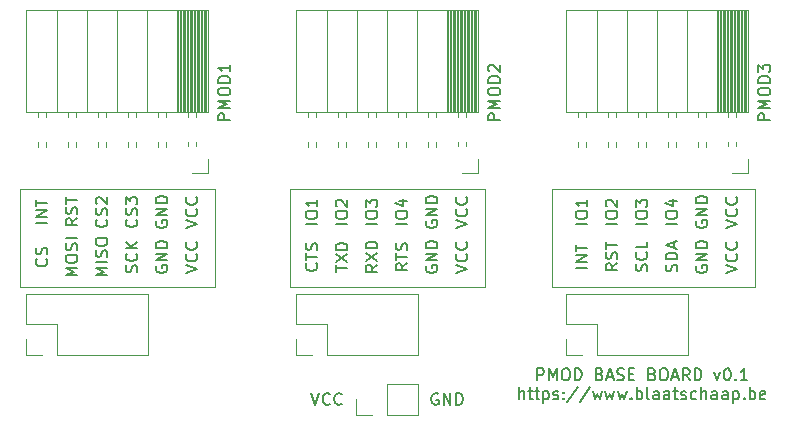
<source format=gbr>
%TF.GenerationSoftware,KiCad,Pcbnew,(6.0.5)*%
%TF.CreationDate,2022-05-29T15:22:12+02:00*%
%TF.ProjectId,pmod_master,706d6f64-5f6d-4617-9374-65722e6b6963,rev?*%
%TF.SameCoordinates,Original*%
%TF.FileFunction,Legend,Top*%
%TF.FilePolarity,Positive*%
%FSLAX46Y46*%
G04 Gerber Fmt 4.6, Leading zero omitted, Abs format (unit mm)*
G04 Created by KiCad (PCBNEW (6.0.5)) date 2022-05-29 15:22:12*
%MOMM*%
%LPD*%
G01*
G04 APERTURE LIST*
%ADD10C,0.120000*%
%ADD11C,0.150000*%
G04 APERTURE END LIST*
D10*
X81915000Y-33020000D02*
X98425000Y-33020000D01*
X98425000Y-33020000D02*
X98425000Y-41275000D01*
X98425000Y-41275000D02*
X81915000Y-41275000D01*
X81915000Y-41275000D02*
X81915000Y-33020000D01*
X59055000Y-33020000D02*
X75565000Y-33020000D01*
X75565000Y-33020000D02*
X75565000Y-41275000D01*
X75565000Y-41275000D02*
X59055000Y-41275000D01*
X59055000Y-41275000D02*
X59055000Y-33020000D01*
X104140000Y-33020000D02*
X121285000Y-33020000D01*
X121285000Y-33020000D02*
X121285000Y-41275000D01*
X121285000Y-41275000D02*
X104140000Y-41275000D01*
X104140000Y-41275000D02*
X104140000Y-33020000D01*
D11*
X107132380Y-39639761D02*
X106132380Y-39639761D01*
X107132380Y-39163571D02*
X106132380Y-39163571D01*
X107132380Y-38592142D01*
X106132380Y-38592142D01*
X106132380Y-38258809D02*
X106132380Y-37687380D01*
X107132380Y-37973095D02*
X106132380Y-37973095D01*
X94488095Y-50300000D02*
X94392857Y-50252380D01*
X94250000Y-50252380D01*
X94107142Y-50300000D01*
X94011904Y-50395238D01*
X93964285Y-50490476D01*
X93916666Y-50680952D01*
X93916666Y-50823809D01*
X93964285Y-51014285D01*
X94011904Y-51109523D01*
X94107142Y-51204761D01*
X94250000Y-51252380D01*
X94345238Y-51252380D01*
X94488095Y-51204761D01*
X94535714Y-51157142D01*
X94535714Y-50823809D01*
X94345238Y-50823809D01*
X94964285Y-51252380D02*
X94964285Y-50252380D01*
X95535714Y-51252380D01*
X95535714Y-50252380D01*
X96011904Y-51252380D02*
X96011904Y-50252380D01*
X96250000Y-50252380D01*
X96392857Y-50300000D01*
X96488095Y-50395238D01*
X96535714Y-50490476D01*
X96583333Y-50680952D01*
X96583333Y-50823809D01*
X96535714Y-51014285D01*
X96488095Y-51109523D01*
X96392857Y-51204761D01*
X96250000Y-51252380D01*
X96011904Y-51252380D01*
X61412380Y-35829761D02*
X60412380Y-35829761D01*
X61412380Y-35353571D02*
X60412380Y-35353571D01*
X61412380Y-34782142D01*
X60412380Y-34782142D01*
X60412380Y-34448809D02*
X60412380Y-33877380D01*
X61412380Y-34163095D02*
X60412380Y-34163095D01*
X70620000Y-35686904D02*
X70572380Y-35782142D01*
X70572380Y-35925000D01*
X70620000Y-36067857D01*
X70715238Y-36163095D01*
X70810476Y-36210714D01*
X71000952Y-36258333D01*
X71143809Y-36258333D01*
X71334285Y-36210714D01*
X71429523Y-36163095D01*
X71524761Y-36067857D01*
X71572380Y-35925000D01*
X71572380Y-35829761D01*
X71524761Y-35686904D01*
X71477142Y-35639285D01*
X71143809Y-35639285D01*
X71143809Y-35829761D01*
X71572380Y-35210714D02*
X70572380Y-35210714D01*
X71572380Y-34639285D01*
X70572380Y-34639285D01*
X71572380Y-34163095D02*
X70572380Y-34163095D01*
X70572380Y-33925000D01*
X70620000Y-33782142D01*
X70715238Y-33686904D01*
X70810476Y-33639285D01*
X71000952Y-33591666D01*
X71143809Y-33591666D01*
X71334285Y-33639285D01*
X71429523Y-33686904D01*
X71524761Y-33782142D01*
X71572380Y-33925000D01*
X71572380Y-34163095D01*
X93480000Y-39496904D02*
X93432380Y-39592142D01*
X93432380Y-39735000D01*
X93480000Y-39877857D01*
X93575238Y-39973095D01*
X93670476Y-40020714D01*
X93860952Y-40068333D01*
X94003809Y-40068333D01*
X94194285Y-40020714D01*
X94289523Y-39973095D01*
X94384761Y-39877857D01*
X94432380Y-39735000D01*
X94432380Y-39639761D01*
X94384761Y-39496904D01*
X94337142Y-39449285D01*
X94003809Y-39449285D01*
X94003809Y-39639761D01*
X94432380Y-39020714D02*
X93432380Y-39020714D01*
X94432380Y-38449285D01*
X93432380Y-38449285D01*
X94432380Y-37973095D02*
X93432380Y-37973095D01*
X93432380Y-37735000D01*
X93480000Y-37592142D01*
X93575238Y-37496904D01*
X93670476Y-37449285D01*
X93860952Y-37401666D01*
X94003809Y-37401666D01*
X94194285Y-37449285D01*
X94289523Y-37496904D01*
X94384761Y-37592142D01*
X94432380Y-37735000D01*
X94432380Y-37973095D01*
X85812380Y-39996904D02*
X85812380Y-39425476D01*
X86812380Y-39711190D02*
X85812380Y-39711190D01*
X85812380Y-39187380D02*
X86812380Y-38520714D01*
X85812380Y-38520714D02*
X86812380Y-39187380D01*
X86812380Y-38139761D02*
X85812380Y-38139761D01*
X85812380Y-37901666D01*
X85860000Y-37758809D01*
X85955238Y-37663571D01*
X86050476Y-37615952D01*
X86240952Y-37568333D01*
X86383809Y-37568333D01*
X86574285Y-37615952D01*
X86669523Y-37663571D01*
X86764761Y-37758809D01*
X86812380Y-37901666D01*
X86812380Y-38139761D01*
X91892380Y-39282619D02*
X91416190Y-39615952D01*
X91892380Y-39854047D02*
X90892380Y-39854047D01*
X90892380Y-39473095D01*
X90940000Y-39377857D01*
X90987619Y-39330238D01*
X91082857Y-39282619D01*
X91225714Y-39282619D01*
X91320952Y-39330238D01*
X91368571Y-39377857D01*
X91416190Y-39473095D01*
X91416190Y-39854047D01*
X90892380Y-38996904D02*
X90892380Y-38425476D01*
X91892380Y-38711190D02*
X90892380Y-38711190D01*
X91844761Y-38139761D02*
X91892380Y-37996904D01*
X91892380Y-37758809D01*
X91844761Y-37663571D01*
X91797142Y-37615952D01*
X91701904Y-37568333D01*
X91606666Y-37568333D01*
X91511428Y-37615952D01*
X91463809Y-37663571D01*
X91416190Y-37758809D01*
X91368571Y-37949285D01*
X91320952Y-38044523D01*
X91273333Y-38092142D01*
X91178095Y-38139761D01*
X91082857Y-38139761D01*
X90987619Y-38092142D01*
X90940000Y-38044523D01*
X90892380Y-37949285D01*
X90892380Y-37711190D01*
X90940000Y-37568333D01*
X118832380Y-40068333D02*
X119832380Y-39735000D01*
X118832380Y-39401666D01*
X119737142Y-38496904D02*
X119784761Y-38544523D01*
X119832380Y-38687380D01*
X119832380Y-38782619D01*
X119784761Y-38925476D01*
X119689523Y-39020714D01*
X119594285Y-39068333D01*
X119403809Y-39115952D01*
X119260952Y-39115952D01*
X119070476Y-39068333D01*
X118975238Y-39020714D01*
X118880000Y-38925476D01*
X118832380Y-38782619D01*
X118832380Y-38687380D01*
X118880000Y-38544523D01*
X118927619Y-38496904D01*
X119737142Y-37496904D02*
X119784761Y-37544523D01*
X119832380Y-37687380D01*
X119832380Y-37782619D01*
X119784761Y-37925476D01*
X119689523Y-38020714D01*
X119594285Y-38068333D01*
X119403809Y-38115952D01*
X119260952Y-38115952D01*
X119070476Y-38068333D01*
X118975238Y-38020714D01*
X118880000Y-37925476D01*
X118832380Y-37782619D01*
X118832380Y-37687380D01*
X118880000Y-37544523D01*
X118927619Y-37496904D01*
X107132380Y-35925000D02*
X106132380Y-35925000D01*
X106132380Y-35258333D02*
X106132380Y-35067857D01*
X106180000Y-34972619D01*
X106275238Y-34877380D01*
X106465714Y-34829761D01*
X106799047Y-34829761D01*
X106989523Y-34877380D01*
X107084761Y-34972619D01*
X107132380Y-35067857D01*
X107132380Y-35258333D01*
X107084761Y-35353571D01*
X106989523Y-35448809D01*
X106799047Y-35496428D01*
X106465714Y-35496428D01*
X106275238Y-35448809D01*
X106180000Y-35353571D01*
X106132380Y-35258333D01*
X107132380Y-33877380D02*
X107132380Y-34448809D01*
X107132380Y-34163095D02*
X106132380Y-34163095D01*
X106275238Y-34258333D01*
X106370476Y-34353571D01*
X106418095Y-34448809D01*
X102879047Y-49177380D02*
X102879047Y-48177380D01*
X103260000Y-48177380D01*
X103355238Y-48225000D01*
X103402857Y-48272619D01*
X103450476Y-48367857D01*
X103450476Y-48510714D01*
X103402857Y-48605952D01*
X103355238Y-48653571D01*
X103260000Y-48701190D01*
X102879047Y-48701190D01*
X103879047Y-49177380D02*
X103879047Y-48177380D01*
X104212380Y-48891666D01*
X104545714Y-48177380D01*
X104545714Y-49177380D01*
X105212380Y-48177380D02*
X105402857Y-48177380D01*
X105498095Y-48225000D01*
X105593333Y-48320238D01*
X105640952Y-48510714D01*
X105640952Y-48844047D01*
X105593333Y-49034523D01*
X105498095Y-49129761D01*
X105402857Y-49177380D01*
X105212380Y-49177380D01*
X105117142Y-49129761D01*
X105021904Y-49034523D01*
X104974285Y-48844047D01*
X104974285Y-48510714D01*
X105021904Y-48320238D01*
X105117142Y-48225000D01*
X105212380Y-48177380D01*
X106069523Y-49177380D02*
X106069523Y-48177380D01*
X106307619Y-48177380D01*
X106450476Y-48225000D01*
X106545714Y-48320238D01*
X106593333Y-48415476D01*
X106640952Y-48605952D01*
X106640952Y-48748809D01*
X106593333Y-48939285D01*
X106545714Y-49034523D01*
X106450476Y-49129761D01*
X106307619Y-49177380D01*
X106069523Y-49177380D01*
X108164761Y-48653571D02*
X108307619Y-48701190D01*
X108355238Y-48748809D01*
X108402857Y-48844047D01*
X108402857Y-48986904D01*
X108355238Y-49082142D01*
X108307619Y-49129761D01*
X108212380Y-49177380D01*
X107831428Y-49177380D01*
X107831428Y-48177380D01*
X108164761Y-48177380D01*
X108260000Y-48225000D01*
X108307619Y-48272619D01*
X108355238Y-48367857D01*
X108355238Y-48463095D01*
X108307619Y-48558333D01*
X108260000Y-48605952D01*
X108164761Y-48653571D01*
X107831428Y-48653571D01*
X108783809Y-48891666D02*
X109260000Y-48891666D01*
X108688571Y-49177380D02*
X109021904Y-48177380D01*
X109355238Y-49177380D01*
X109640952Y-49129761D02*
X109783809Y-49177380D01*
X110021904Y-49177380D01*
X110117142Y-49129761D01*
X110164761Y-49082142D01*
X110212380Y-48986904D01*
X110212380Y-48891666D01*
X110164761Y-48796428D01*
X110117142Y-48748809D01*
X110021904Y-48701190D01*
X109831428Y-48653571D01*
X109736190Y-48605952D01*
X109688571Y-48558333D01*
X109640952Y-48463095D01*
X109640952Y-48367857D01*
X109688571Y-48272619D01*
X109736190Y-48225000D01*
X109831428Y-48177380D01*
X110069523Y-48177380D01*
X110212380Y-48225000D01*
X110640952Y-48653571D02*
X110974285Y-48653571D01*
X111117142Y-49177380D02*
X110640952Y-49177380D01*
X110640952Y-48177380D01*
X111117142Y-48177380D01*
X112640952Y-48653571D02*
X112783809Y-48701190D01*
X112831428Y-48748809D01*
X112879047Y-48844047D01*
X112879047Y-48986904D01*
X112831428Y-49082142D01*
X112783809Y-49129761D01*
X112688571Y-49177380D01*
X112307619Y-49177380D01*
X112307619Y-48177380D01*
X112640952Y-48177380D01*
X112736190Y-48225000D01*
X112783809Y-48272619D01*
X112831428Y-48367857D01*
X112831428Y-48463095D01*
X112783809Y-48558333D01*
X112736190Y-48605952D01*
X112640952Y-48653571D01*
X112307619Y-48653571D01*
X113498095Y-48177380D02*
X113688571Y-48177380D01*
X113783809Y-48225000D01*
X113879047Y-48320238D01*
X113926666Y-48510714D01*
X113926666Y-48844047D01*
X113879047Y-49034523D01*
X113783809Y-49129761D01*
X113688571Y-49177380D01*
X113498095Y-49177380D01*
X113402857Y-49129761D01*
X113307619Y-49034523D01*
X113260000Y-48844047D01*
X113260000Y-48510714D01*
X113307619Y-48320238D01*
X113402857Y-48225000D01*
X113498095Y-48177380D01*
X114307619Y-48891666D02*
X114783809Y-48891666D01*
X114212380Y-49177380D02*
X114545714Y-48177380D01*
X114879047Y-49177380D01*
X115783809Y-49177380D02*
X115450476Y-48701190D01*
X115212380Y-49177380D02*
X115212380Y-48177380D01*
X115593333Y-48177380D01*
X115688571Y-48225000D01*
X115736190Y-48272619D01*
X115783809Y-48367857D01*
X115783809Y-48510714D01*
X115736190Y-48605952D01*
X115688571Y-48653571D01*
X115593333Y-48701190D01*
X115212380Y-48701190D01*
X116212380Y-49177380D02*
X116212380Y-48177380D01*
X116450476Y-48177380D01*
X116593333Y-48225000D01*
X116688571Y-48320238D01*
X116736190Y-48415476D01*
X116783809Y-48605952D01*
X116783809Y-48748809D01*
X116736190Y-48939285D01*
X116688571Y-49034523D01*
X116593333Y-49129761D01*
X116450476Y-49177380D01*
X116212380Y-49177380D01*
X117879047Y-48510714D02*
X118117142Y-49177380D01*
X118355238Y-48510714D01*
X118926666Y-48177380D02*
X119021904Y-48177380D01*
X119117142Y-48225000D01*
X119164761Y-48272619D01*
X119212380Y-48367857D01*
X119260000Y-48558333D01*
X119260000Y-48796428D01*
X119212380Y-48986904D01*
X119164761Y-49082142D01*
X119117142Y-49129761D01*
X119021904Y-49177380D01*
X118926666Y-49177380D01*
X118831428Y-49129761D01*
X118783809Y-49082142D01*
X118736190Y-48986904D01*
X118688571Y-48796428D01*
X118688571Y-48558333D01*
X118736190Y-48367857D01*
X118783809Y-48272619D01*
X118831428Y-48225000D01*
X118926666Y-48177380D01*
X119688571Y-49082142D02*
X119736190Y-49129761D01*
X119688571Y-49177380D01*
X119640952Y-49129761D01*
X119688571Y-49082142D01*
X119688571Y-49177380D01*
X120688571Y-49177380D02*
X120117142Y-49177380D01*
X120402857Y-49177380D02*
X120402857Y-48177380D01*
X120307619Y-48320238D01*
X120212380Y-48415476D01*
X120117142Y-48463095D01*
X101355238Y-50787380D02*
X101355238Y-49787380D01*
X101783809Y-50787380D02*
X101783809Y-50263571D01*
X101736190Y-50168333D01*
X101640952Y-50120714D01*
X101498095Y-50120714D01*
X101402857Y-50168333D01*
X101355238Y-50215952D01*
X102117142Y-50120714D02*
X102498095Y-50120714D01*
X102260000Y-49787380D02*
X102260000Y-50644523D01*
X102307619Y-50739761D01*
X102402857Y-50787380D01*
X102498095Y-50787380D01*
X102688571Y-50120714D02*
X103069523Y-50120714D01*
X102831428Y-49787380D02*
X102831428Y-50644523D01*
X102879047Y-50739761D01*
X102974285Y-50787380D01*
X103069523Y-50787380D01*
X103402857Y-50120714D02*
X103402857Y-51120714D01*
X103402857Y-50168333D02*
X103498095Y-50120714D01*
X103688571Y-50120714D01*
X103783809Y-50168333D01*
X103831428Y-50215952D01*
X103879047Y-50311190D01*
X103879047Y-50596904D01*
X103831428Y-50692142D01*
X103783809Y-50739761D01*
X103688571Y-50787380D01*
X103498095Y-50787380D01*
X103402857Y-50739761D01*
X104260000Y-50739761D02*
X104355238Y-50787380D01*
X104545714Y-50787380D01*
X104640952Y-50739761D01*
X104688571Y-50644523D01*
X104688571Y-50596904D01*
X104640952Y-50501666D01*
X104545714Y-50454047D01*
X104402857Y-50454047D01*
X104307619Y-50406428D01*
X104260000Y-50311190D01*
X104260000Y-50263571D01*
X104307619Y-50168333D01*
X104402857Y-50120714D01*
X104545714Y-50120714D01*
X104640952Y-50168333D01*
X105117142Y-50692142D02*
X105164761Y-50739761D01*
X105117142Y-50787380D01*
X105069523Y-50739761D01*
X105117142Y-50692142D01*
X105117142Y-50787380D01*
X105117142Y-50168333D02*
X105164761Y-50215952D01*
X105117142Y-50263571D01*
X105069523Y-50215952D01*
X105117142Y-50168333D01*
X105117142Y-50263571D01*
X106307619Y-49739761D02*
X105450476Y-51025476D01*
X107355238Y-49739761D02*
X106498095Y-51025476D01*
X107593333Y-50120714D02*
X107783809Y-50787380D01*
X107974285Y-50311190D01*
X108164761Y-50787380D01*
X108355238Y-50120714D01*
X108640952Y-50120714D02*
X108831428Y-50787380D01*
X109021904Y-50311190D01*
X109212380Y-50787380D01*
X109402857Y-50120714D01*
X109688571Y-50120714D02*
X109879047Y-50787380D01*
X110069523Y-50311190D01*
X110260000Y-50787380D01*
X110450476Y-50120714D01*
X110831428Y-50692142D02*
X110879047Y-50739761D01*
X110831428Y-50787380D01*
X110783809Y-50739761D01*
X110831428Y-50692142D01*
X110831428Y-50787380D01*
X111307619Y-50787380D02*
X111307619Y-49787380D01*
X111307619Y-50168333D02*
X111402857Y-50120714D01*
X111593333Y-50120714D01*
X111688571Y-50168333D01*
X111736190Y-50215952D01*
X111783809Y-50311190D01*
X111783809Y-50596904D01*
X111736190Y-50692142D01*
X111688571Y-50739761D01*
X111593333Y-50787380D01*
X111402857Y-50787380D01*
X111307619Y-50739761D01*
X112355238Y-50787380D02*
X112260000Y-50739761D01*
X112212380Y-50644523D01*
X112212380Y-49787380D01*
X113164761Y-50787380D02*
X113164761Y-50263571D01*
X113117142Y-50168333D01*
X113021904Y-50120714D01*
X112831428Y-50120714D01*
X112736190Y-50168333D01*
X113164761Y-50739761D02*
X113069523Y-50787380D01*
X112831428Y-50787380D01*
X112736190Y-50739761D01*
X112688571Y-50644523D01*
X112688571Y-50549285D01*
X112736190Y-50454047D01*
X112831428Y-50406428D01*
X113069523Y-50406428D01*
X113164761Y-50358809D01*
X114069523Y-50787380D02*
X114069523Y-50263571D01*
X114021904Y-50168333D01*
X113926666Y-50120714D01*
X113736190Y-50120714D01*
X113640952Y-50168333D01*
X114069523Y-50739761D02*
X113974285Y-50787380D01*
X113736190Y-50787380D01*
X113640952Y-50739761D01*
X113593333Y-50644523D01*
X113593333Y-50549285D01*
X113640952Y-50454047D01*
X113736190Y-50406428D01*
X113974285Y-50406428D01*
X114069523Y-50358809D01*
X114402857Y-50120714D02*
X114783809Y-50120714D01*
X114545714Y-49787380D02*
X114545714Y-50644523D01*
X114593333Y-50739761D01*
X114688571Y-50787380D01*
X114783809Y-50787380D01*
X115069523Y-50739761D02*
X115164761Y-50787380D01*
X115355238Y-50787380D01*
X115450476Y-50739761D01*
X115498095Y-50644523D01*
X115498095Y-50596904D01*
X115450476Y-50501666D01*
X115355238Y-50454047D01*
X115212380Y-50454047D01*
X115117142Y-50406428D01*
X115069523Y-50311190D01*
X115069523Y-50263571D01*
X115117142Y-50168333D01*
X115212380Y-50120714D01*
X115355238Y-50120714D01*
X115450476Y-50168333D01*
X116355238Y-50739761D02*
X116260000Y-50787380D01*
X116069523Y-50787380D01*
X115974285Y-50739761D01*
X115926666Y-50692142D01*
X115879047Y-50596904D01*
X115879047Y-50311190D01*
X115926666Y-50215952D01*
X115974285Y-50168333D01*
X116069523Y-50120714D01*
X116260000Y-50120714D01*
X116355238Y-50168333D01*
X116783809Y-50787380D02*
X116783809Y-49787380D01*
X117212380Y-50787380D02*
X117212380Y-50263571D01*
X117164761Y-50168333D01*
X117069523Y-50120714D01*
X116926666Y-50120714D01*
X116831428Y-50168333D01*
X116783809Y-50215952D01*
X118117142Y-50787380D02*
X118117142Y-50263571D01*
X118069523Y-50168333D01*
X117974285Y-50120714D01*
X117783809Y-50120714D01*
X117688571Y-50168333D01*
X118117142Y-50739761D02*
X118021904Y-50787380D01*
X117783809Y-50787380D01*
X117688571Y-50739761D01*
X117640952Y-50644523D01*
X117640952Y-50549285D01*
X117688571Y-50454047D01*
X117783809Y-50406428D01*
X118021904Y-50406428D01*
X118117142Y-50358809D01*
X119021904Y-50787380D02*
X119021904Y-50263571D01*
X118974285Y-50168333D01*
X118879047Y-50120714D01*
X118688571Y-50120714D01*
X118593333Y-50168333D01*
X119021904Y-50739761D02*
X118926666Y-50787380D01*
X118688571Y-50787380D01*
X118593333Y-50739761D01*
X118545714Y-50644523D01*
X118545714Y-50549285D01*
X118593333Y-50454047D01*
X118688571Y-50406428D01*
X118926666Y-50406428D01*
X119021904Y-50358809D01*
X119498095Y-50120714D02*
X119498095Y-51120714D01*
X119498095Y-50168333D02*
X119593333Y-50120714D01*
X119783809Y-50120714D01*
X119879047Y-50168333D01*
X119926666Y-50215952D01*
X119974285Y-50311190D01*
X119974285Y-50596904D01*
X119926666Y-50692142D01*
X119879047Y-50739761D01*
X119783809Y-50787380D01*
X119593333Y-50787380D01*
X119498095Y-50739761D01*
X120402857Y-50692142D02*
X120450476Y-50739761D01*
X120402857Y-50787380D01*
X120355238Y-50739761D01*
X120402857Y-50692142D01*
X120402857Y-50787380D01*
X120879047Y-50787380D02*
X120879047Y-49787380D01*
X120879047Y-50168333D02*
X120974285Y-50120714D01*
X121164761Y-50120714D01*
X121260000Y-50168333D01*
X121307619Y-50215952D01*
X121355238Y-50311190D01*
X121355238Y-50596904D01*
X121307619Y-50692142D01*
X121260000Y-50739761D01*
X121164761Y-50787380D01*
X120974285Y-50787380D01*
X120879047Y-50739761D01*
X122164761Y-50739761D02*
X122069523Y-50787380D01*
X121879047Y-50787380D01*
X121783809Y-50739761D01*
X121736190Y-50644523D01*
X121736190Y-50263571D01*
X121783809Y-50168333D01*
X121879047Y-50120714D01*
X122069523Y-50120714D01*
X122164761Y-50168333D01*
X122212380Y-50263571D01*
X122212380Y-50358809D01*
X121736190Y-50454047D01*
X84177142Y-39282619D02*
X84224761Y-39330238D01*
X84272380Y-39473095D01*
X84272380Y-39568333D01*
X84224761Y-39711190D01*
X84129523Y-39806428D01*
X84034285Y-39854047D01*
X83843809Y-39901666D01*
X83700952Y-39901666D01*
X83510476Y-39854047D01*
X83415238Y-39806428D01*
X83320000Y-39711190D01*
X83272380Y-39568333D01*
X83272380Y-39473095D01*
X83320000Y-39330238D01*
X83367619Y-39282619D01*
X83272380Y-38996904D02*
X83272380Y-38425476D01*
X84272380Y-38711190D02*
X83272380Y-38711190D01*
X84224761Y-38139761D02*
X84272380Y-37996904D01*
X84272380Y-37758809D01*
X84224761Y-37663571D01*
X84177142Y-37615952D01*
X84081904Y-37568333D01*
X83986666Y-37568333D01*
X83891428Y-37615952D01*
X83843809Y-37663571D01*
X83796190Y-37758809D01*
X83748571Y-37949285D01*
X83700952Y-38044523D01*
X83653333Y-38092142D01*
X83558095Y-38139761D01*
X83462857Y-38139761D01*
X83367619Y-38092142D01*
X83320000Y-38044523D01*
X83272380Y-37949285D01*
X83272380Y-37711190D01*
X83320000Y-37568333D01*
X84272380Y-35925000D02*
X83272380Y-35925000D01*
X83272380Y-35258333D02*
X83272380Y-35067857D01*
X83320000Y-34972619D01*
X83415238Y-34877380D01*
X83605714Y-34829761D01*
X83939047Y-34829761D01*
X84129523Y-34877380D01*
X84224761Y-34972619D01*
X84272380Y-35067857D01*
X84272380Y-35258333D01*
X84224761Y-35353571D01*
X84129523Y-35448809D01*
X83939047Y-35496428D01*
X83605714Y-35496428D01*
X83415238Y-35448809D01*
X83320000Y-35353571D01*
X83272380Y-35258333D01*
X84272380Y-33877380D02*
X84272380Y-34448809D01*
X84272380Y-34163095D02*
X83272380Y-34163095D01*
X83415238Y-34258333D01*
X83510476Y-34353571D01*
X83558095Y-34448809D01*
X61317142Y-38901666D02*
X61364761Y-38949285D01*
X61412380Y-39092142D01*
X61412380Y-39187380D01*
X61364761Y-39330238D01*
X61269523Y-39425476D01*
X61174285Y-39473095D01*
X60983809Y-39520714D01*
X60840952Y-39520714D01*
X60650476Y-39473095D01*
X60555238Y-39425476D01*
X60460000Y-39330238D01*
X60412380Y-39187380D01*
X60412380Y-39092142D01*
X60460000Y-38949285D01*
X60507619Y-38901666D01*
X61364761Y-38520714D02*
X61412380Y-38377857D01*
X61412380Y-38139761D01*
X61364761Y-38044523D01*
X61317142Y-37996904D01*
X61221904Y-37949285D01*
X61126666Y-37949285D01*
X61031428Y-37996904D01*
X60983809Y-38044523D01*
X60936190Y-38139761D01*
X60888571Y-38330238D01*
X60840952Y-38425476D01*
X60793333Y-38473095D01*
X60698095Y-38520714D01*
X60602857Y-38520714D01*
X60507619Y-38473095D01*
X60460000Y-38425476D01*
X60412380Y-38330238D01*
X60412380Y-38092142D01*
X60460000Y-37949285D01*
X66492380Y-40306428D02*
X65492380Y-40306428D01*
X66206666Y-39973095D01*
X65492380Y-39639761D01*
X66492380Y-39639761D01*
X66492380Y-39163571D02*
X65492380Y-39163571D01*
X66444761Y-38735000D02*
X66492380Y-38592142D01*
X66492380Y-38354047D01*
X66444761Y-38258809D01*
X66397142Y-38211190D01*
X66301904Y-38163571D01*
X66206666Y-38163571D01*
X66111428Y-38211190D01*
X66063809Y-38258809D01*
X66016190Y-38354047D01*
X65968571Y-38544523D01*
X65920952Y-38639761D01*
X65873333Y-38687380D01*
X65778095Y-38735000D01*
X65682857Y-38735000D01*
X65587619Y-38687380D01*
X65540000Y-38639761D01*
X65492380Y-38544523D01*
X65492380Y-38306428D01*
X65540000Y-38163571D01*
X65492380Y-37544523D02*
X65492380Y-37354047D01*
X65540000Y-37258809D01*
X65635238Y-37163571D01*
X65825714Y-37115952D01*
X66159047Y-37115952D01*
X66349523Y-37163571D01*
X66444761Y-37258809D01*
X66492380Y-37354047D01*
X66492380Y-37544523D01*
X66444761Y-37639761D01*
X66349523Y-37735000D01*
X66159047Y-37782619D01*
X65825714Y-37782619D01*
X65635238Y-37735000D01*
X65540000Y-37639761D01*
X65492380Y-37544523D01*
X68984761Y-40020714D02*
X69032380Y-39877857D01*
X69032380Y-39639761D01*
X68984761Y-39544523D01*
X68937142Y-39496904D01*
X68841904Y-39449285D01*
X68746666Y-39449285D01*
X68651428Y-39496904D01*
X68603809Y-39544523D01*
X68556190Y-39639761D01*
X68508571Y-39830238D01*
X68460952Y-39925476D01*
X68413333Y-39973095D01*
X68318095Y-40020714D01*
X68222857Y-40020714D01*
X68127619Y-39973095D01*
X68080000Y-39925476D01*
X68032380Y-39830238D01*
X68032380Y-39592142D01*
X68080000Y-39449285D01*
X68937142Y-38449285D02*
X68984761Y-38496904D01*
X69032380Y-38639761D01*
X69032380Y-38735000D01*
X68984761Y-38877857D01*
X68889523Y-38973095D01*
X68794285Y-39020714D01*
X68603809Y-39068333D01*
X68460952Y-39068333D01*
X68270476Y-39020714D01*
X68175238Y-38973095D01*
X68080000Y-38877857D01*
X68032380Y-38735000D01*
X68032380Y-38639761D01*
X68080000Y-38496904D01*
X68127619Y-38449285D01*
X69032380Y-38020714D02*
X68032380Y-38020714D01*
X69032380Y-37449285D02*
X68460952Y-37877857D01*
X68032380Y-37449285D02*
X68603809Y-38020714D01*
X70620000Y-39496904D02*
X70572380Y-39592142D01*
X70572380Y-39735000D01*
X70620000Y-39877857D01*
X70715238Y-39973095D01*
X70810476Y-40020714D01*
X71000952Y-40068333D01*
X71143809Y-40068333D01*
X71334285Y-40020714D01*
X71429523Y-39973095D01*
X71524761Y-39877857D01*
X71572380Y-39735000D01*
X71572380Y-39639761D01*
X71524761Y-39496904D01*
X71477142Y-39449285D01*
X71143809Y-39449285D01*
X71143809Y-39639761D01*
X71572380Y-39020714D02*
X70572380Y-39020714D01*
X71572380Y-38449285D01*
X70572380Y-38449285D01*
X71572380Y-37973095D02*
X70572380Y-37973095D01*
X70572380Y-37735000D01*
X70620000Y-37592142D01*
X70715238Y-37496904D01*
X70810476Y-37449285D01*
X71000952Y-37401666D01*
X71143809Y-37401666D01*
X71334285Y-37449285D01*
X71429523Y-37496904D01*
X71524761Y-37592142D01*
X71572380Y-37735000D01*
X71572380Y-37973095D01*
X83756666Y-50252380D02*
X84090000Y-51252380D01*
X84423333Y-50252380D01*
X85328095Y-51157142D02*
X85280476Y-51204761D01*
X85137619Y-51252380D01*
X85042380Y-51252380D01*
X84899523Y-51204761D01*
X84804285Y-51109523D01*
X84756666Y-51014285D01*
X84709047Y-50823809D01*
X84709047Y-50680952D01*
X84756666Y-50490476D01*
X84804285Y-50395238D01*
X84899523Y-50300000D01*
X85042380Y-50252380D01*
X85137619Y-50252380D01*
X85280476Y-50300000D01*
X85328095Y-50347619D01*
X86328095Y-51157142D02*
X86280476Y-51204761D01*
X86137619Y-51252380D01*
X86042380Y-51252380D01*
X85899523Y-51204761D01*
X85804285Y-51109523D01*
X85756666Y-51014285D01*
X85709047Y-50823809D01*
X85709047Y-50680952D01*
X85756666Y-50490476D01*
X85804285Y-50395238D01*
X85899523Y-50300000D01*
X86042380Y-50252380D01*
X86137619Y-50252380D01*
X86280476Y-50300000D01*
X86328095Y-50347619D01*
X116340000Y-39496904D02*
X116292380Y-39592142D01*
X116292380Y-39735000D01*
X116340000Y-39877857D01*
X116435238Y-39973095D01*
X116530476Y-40020714D01*
X116720952Y-40068333D01*
X116863809Y-40068333D01*
X117054285Y-40020714D01*
X117149523Y-39973095D01*
X117244761Y-39877857D01*
X117292380Y-39735000D01*
X117292380Y-39639761D01*
X117244761Y-39496904D01*
X117197142Y-39449285D01*
X116863809Y-39449285D01*
X116863809Y-39639761D01*
X117292380Y-39020714D02*
X116292380Y-39020714D01*
X117292380Y-38449285D01*
X116292380Y-38449285D01*
X117292380Y-37973095D02*
X116292380Y-37973095D01*
X116292380Y-37735000D01*
X116340000Y-37592142D01*
X116435238Y-37496904D01*
X116530476Y-37449285D01*
X116720952Y-37401666D01*
X116863809Y-37401666D01*
X117054285Y-37449285D01*
X117149523Y-37496904D01*
X117244761Y-37592142D01*
X117292380Y-37735000D01*
X117292380Y-37973095D01*
X73112380Y-40068333D02*
X74112380Y-39735000D01*
X73112380Y-39401666D01*
X74017142Y-38496904D02*
X74064761Y-38544523D01*
X74112380Y-38687380D01*
X74112380Y-38782619D01*
X74064761Y-38925476D01*
X73969523Y-39020714D01*
X73874285Y-39068333D01*
X73683809Y-39115952D01*
X73540952Y-39115952D01*
X73350476Y-39068333D01*
X73255238Y-39020714D01*
X73160000Y-38925476D01*
X73112380Y-38782619D01*
X73112380Y-38687380D01*
X73160000Y-38544523D01*
X73207619Y-38496904D01*
X74017142Y-37496904D02*
X74064761Y-37544523D01*
X74112380Y-37687380D01*
X74112380Y-37782619D01*
X74064761Y-37925476D01*
X73969523Y-38020714D01*
X73874285Y-38068333D01*
X73683809Y-38115952D01*
X73540952Y-38115952D01*
X73350476Y-38068333D01*
X73255238Y-38020714D01*
X73160000Y-37925476D01*
X73112380Y-37782619D01*
X73112380Y-37687380D01*
X73160000Y-37544523D01*
X73207619Y-37496904D01*
X116340000Y-35686904D02*
X116292380Y-35782142D01*
X116292380Y-35925000D01*
X116340000Y-36067857D01*
X116435238Y-36163095D01*
X116530476Y-36210714D01*
X116720952Y-36258333D01*
X116863809Y-36258333D01*
X117054285Y-36210714D01*
X117149523Y-36163095D01*
X117244761Y-36067857D01*
X117292380Y-35925000D01*
X117292380Y-35829761D01*
X117244761Y-35686904D01*
X117197142Y-35639285D01*
X116863809Y-35639285D01*
X116863809Y-35829761D01*
X117292380Y-35210714D02*
X116292380Y-35210714D01*
X117292380Y-34639285D01*
X116292380Y-34639285D01*
X117292380Y-34163095D02*
X116292380Y-34163095D01*
X116292380Y-33925000D01*
X116340000Y-33782142D01*
X116435238Y-33686904D01*
X116530476Y-33639285D01*
X116720952Y-33591666D01*
X116863809Y-33591666D01*
X117054285Y-33639285D01*
X117149523Y-33686904D01*
X117244761Y-33782142D01*
X117292380Y-33925000D01*
X117292380Y-34163095D01*
X63952380Y-40306428D02*
X62952380Y-40306428D01*
X63666666Y-39973095D01*
X62952380Y-39639761D01*
X63952380Y-39639761D01*
X62952380Y-38973095D02*
X62952380Y-38782619D01*
X63000000Y-38687380D01*
X63095238Y-38592142D01*
X63285714Y-38544523D01*
X63619047Y-38544523D01*
X63809523Y-38592142D01*
X63904761Y-38687380D01*
X63952380Y-38782619D01*
X63952380Y-38973095D01*
X63904761Y-39068333D01*
X63809523Y-39163571D01*
X63619047Y-39211190D01*
X63285714Y-39211190D01*
X63095238Y-39163571D01*
X63000000Y-39068333D01*
X62952380Y-38973095D01*
X63904761Y-38163571D02*
X63952380Y-38020714D01*
X63952380Y-37782619D01*
X63904761Y-37687380D01*
X63857142Y-37639761D01*
X63761904Y-37592142D01*
X63666666Y-37592142D01*
X63571428Y-37639761D01*
X63523809Y-37687380D01*
X63476190Y-37782619D01*
X63428571Y-37973095D01*
X63380952Y-38068333D01*
X63333333Y-38115952D01*
X63238095Y-38163571D01*
X63142857Y-38163571D01*
X63047619Y-38115952D01*
X63000000Y-38068333D01*
X62952380Y-37973095D01*
X62952380Y-37735000D01*
X63000000Y-37592142D01*
X63952380Y-37163571D02*
X62952380Y-37163571D01*
X91892380Y-35925000D02*
X90892380Y-35925000D01*
X90892380Y-35258333D02*
X90892380Y-35067857D01*
X90940000Y-34972619D01*
X91035238Y-34877380D01*
X91225714Y-34829761D01*
X91559047Y-34829761D01*
X91749523Y-34877380D01*
X91844761Y-34972619D01*
X91892380Y-35067857D01*
X91892380Y-35258333D01*
X91844761Y-35353571D01*
X91749523Y-35448809D01*
X91559047Y-35496428D01*
X91225714Y-35496428D01*
X91035238Y-35448809D01*
X90940000Y-35353571D01*
X90892380Y-35258333D01*
X91225714Y-33972619D02*
X91892380Y-33972619D01*
X90844761Y-34210714D02*
X91559047Y-34448809D01*
X91559047Y-33829761D01*
X89352380Y-35925000D02*
X88352380Y-35925000D01*
X88352380Y-35258333D02*
X88352380Y-35067857D01*
X88400000Y-34972619D01*
X88495238Y-34877380D01*
X88685714Y-34829761D01*
X89019047Y-34829761D01*
X89209523Y-34877380D01*
X89304761Y-34972619D01*
X89352380Y-35067857D01*
X89352380Y-35258333D01*
X89304761Y-35353571D01*
X89209523Y-35448809D01*
X89019047Y-35496428D01*
X88685714Y-35496428D01*
X88495238Y-35448809D01*
X88400000Y-35353571D01*
X88352380Y-35258333D01*
X88352380Y-34496428D02*
X88352380Y-33877380D01*
X88733333Y-34210714D01*
X88733333Y-34067857D01*
X88780952Y-33972619D01*
X88828571Y-33925000D01*
X88923809Y-33877380D01*
X89161904Y-33877380D01*
X89257142Y-33925000D01*
X89304761Y-33972619D01*
X89352380Y-34067857D01*
X89352380Y-34353571D01*
X89304761Y-34448809D01*
X89257142Y-34496428D01*
X95972380Y-36258333D02*
X96972380Y-35925000D01*
X95972380Y-35591666D01*
X96877142Y-34686904D02*
X96924761Y-34734523D01*
X96972380Y-34877380D01*
X96972380Y-34972619D01*
X96924761Y-35115476D01*
X96829523Y-35210714D01*
X96734285Y-35258333D01*
X96543809Y-35305952D01*
X96400952Y-35305952D01*
X96210476Y-35258333D01*
X96115238Y-35210714D01*
X96020000Y-35115476D01*
X95972380Y-34972619D01*
X95972380Y-34877380D01*
X96020000Y-34734523D01*
X96067619Y-34686904D01*
X96877142Y-33686904D02*
X96924761Y-33734523D01*
X96972380Y-33877380D01*
X96972380Y-33972619D01*
X96924761Y-34115476D01*
X96829523Y-34210714D01*
X96734285Y-34258333D01*
X96543809Y-34305952D01*
X96400952Y-34305952D01*
X96210476Y-34258333D01*
X96115238Y-34210714D01*
X96020000Y-34115476D01*
X95972380Y-33972619D01*
X95972380Y-33877380D01*
X96020000Y-33734523D01*
X96067619Y-33686904D01*
X114752380Y-35925000D02*
X113752380Y-35925000D01*
X113752380Y-35258333D02*
X113752380Y-35067857D01*
X113800000Y-34972619D01*
X113895238Y-34877380D01*
X114085714Y-34829761D01*
X114419047Y-34829761D01*
X114609523Y-34877380D01*
X114704761Y-34972619D01*
X114752380Y-35067857D01*
X114752380Y-35258333D01*
X114704761Y-35353571D01*
X114609523Y-35448809D01*
X114419047Y-35496428D01*
X114085714Y-35496428D01*
X113895238Y-35448809D01*
X113800000Y-35353571D01*
X113752380Y-35258333D01*
X114085714Y-33972619D02*
X114752380Y-33972619D01*
X113704761Y-34210714D02*
X114419047Y-34448809D01*
X114419047Y-33829761D01*
X114704761Y-39949285D02*
X114752380Y-39806428D01*
X114752380Y-39568333D01*
X114704761Y-39473095D01*
X114657142Y-39425476D01*
X114561904Y-39377857D01*
X114466666Y-39377857D01*
X114371428Y-39425476D01*
X114323809Y-39473095D01*
X114276190Y-39568333D01*
X114228571Y-39758809D01*
X114180952Y-39854047D01*
X114133333Y-39901666D01*
X114038095Y-39949285D01*
X113942857Y-39949285D01*
X113847619Y-39901666D01*
X113800000Y-39854047D01*
X113752380Y-39758809D01*
X113752380Y-39520714D01*
X113800000Y-39377857D01*
X114752380Y-38949285D02*
X113752380Y-38949285D01*
X113752380Y-38711190D01*
X113800000Y-38568333D01*
X113895238Y-38473095D01*
X113990476Y-38425476D01*
X114180952Y-38377857D01*
X114323809Y-38377857D01*
X114514285Y-38425476D01*
X114609523Y-38473095D01*
X114704761Y-38568333D01*
X114752380Y-38711190D01*
X114752380Y-38949285D01*
X114466666Y-37996904D02*
X114466666Y-37520714D01*
X114752380Y-38092142D02*
X113752380Y-37758809D01*
X114752380Y-37425476D01*
X68937142Y-35567857D02*
X68984761Y-35615476D01*
X69032380Y-35758333D01*
X69032380Y-35853571D01*
X68984761Y-35996428D01*
X68889523Y-36091666D01*
X68794285Y-36139285D01*
X68603809Y-36186904D01*
X68460952Y-36186904D01*
X68270476Y-36139285D01*
X68175238Y-36091666D01*
X68080000Y-35996428D01*
X68032380Y-35853571D01*
X68032380Y-35758333D01*
X68080000Y-35615476D01*
X68127619Y-35567857D01*
X68984761Y-35186904D02*
X69032380Y-35044047D01*
X69032380Y-34805952D01*
X68984761Y-34710714D01*
X68937142Y-34663095D01*
X68841904Y-34615476D01*
X68746666Y-34615476D01*
X68651428Y-34663095D01*
X68603809Y-34710714D01*
X68556190Y-34805952D01*
X68508571Y-34996428D01*
X68460952Y-35091666D01*
X68413333Y-35139285D01*
X68318095Y-35186904D01*
X68222857Y-35186904D01*
X68127619Y-35139285D01*
X68080000Y-35091666D01*
X68032380Y-34996428D01*
X68032380Y-34758333D01*
X68080000Y-34615476D01*
X68032380Y-34282142D02*
X68032380Y-33663095D01*
X68413333Y-33996428D01*
X68413333Y-33853571D01*
X68460952Y-33758333D01*
X68508571Y-33710714D01*
X68603809Y-33663095D01*
X68841904Y-33663095D01*
X68937142Y-33710714D01*
X68984761Y-33758333D01*
X69032380Y-33853571D01*
X69032380Y-34139285D01*
X68984761Y-34234523D01*
X68937142Y-34282142D01*
X89352380Y-39401666D02*
X88876190Y-39735000D01*
X89352380Y-39973095D02*
X88352380Y-39973095D01*
X88352380Y-39592142D01*
X88400000Y-39496904D01*
X88447619Y-39449285D01*
X88542857Y-39401666D01*
X88685714Y-39401666D01*
X88780952Y-39449285D01*
X88828571Y-39496904D01*
X88876190Y-39592142D01*
X88876190Y-39973095D01*
X88352380Y-39068333D02*
X89352380Y-38401666D01*
X88352380Y-38401666D02*
X89352380Y-39068333D01*
X89352380Y-38020714D02*
X88352380Y-38020714D01*
X88352380Y-37782619D01*
X88400000Y-37639761D01*
X88495238Y-37544523D01*
X88590476Y-37496904D01*
X88780952Y-37449285D01*
X88923809Y-37449285D01*
X89114285Y-37496904D01*
X89209523Y-37544523D01*
X89304761Y-37639761D01*
X89352380Y-37782619D01*
X89352380Y-38020714D01*
X86812380Y-35925000D02*
X85812380Y-35925000D01*
X85812380Y-35258333D02*
X85812380Y-35067857D01*
X85860000Y-34972619D01*
X85955238Y-34877380D01*
X86145714Y-34829761D01*
X86479047Y-34829761D01*
X86669523Y-34877380D01*
X86764761Y-34972619D01*
X86812380Y-35067857D01*
X86812380Y-35258333D01*
X86764761Y-35353571D01*
X86669523Y-35448809D01*
X86479047Y-35496428D01*
X86145714Y-35496428D01*
X85955238Y-35448809D01*
X85860000Y-35353571D01*
X85812380Y-35258333D01*
X85907619Y-34448809D02*
X85860000Y-34401190D01*
X85812380Y-34305952D01*
X85812380Y-34067857D01*
X85860000Y-33972619D01*
X85907619Y-33925000D01*
X86002857Y-33877380D01*
X86098095Y-33877380D01*
X86240952Y-33925000D01*
X86812380Y-34496428D01*
X86812380Y-33877380D01*
X112212380Y-35925000D02*
X111212380Y-35925000D01*
X111212380Y-35258333D02*
X111212380Y-35067857D01*
X111260000Y-34972619D01*
X111355238Y-34877380D01*
X111545714Y-34829761D01*
X111879047Y-34829761D01*
X112069523Y-34877380D01*
X112164761Y-34972619D01*
X112212380Y-35067857D01*
X112212380Y-35258333D01*
X112164761Y-35353571D01*
X112069523Y-35448809D01*
X111879047Y-35496428D01*
X111545714Y-35496428D01*
X111355238Y-35448809D01*
X111260000Y-35353571D01*
X111212380Y-35258333D01*
X111212380Y-34496428D02*
X111212380Y-33877380D01*
X111593333Y-34210714D01*
X111593333Y-34067857D01*
X111640952Y-33972619D01*
X111688571Y-33925000D01*
X111783809Y-33877380D01*
X112021904Y-33877380D01*
X112117142Y-33925000D01*
X112164761Y-33972619D01*
X112212380Y-34067857D01*
X112212380Y-34353571D01*
X112164761Y-34448809D01*
X112117142Y-34496428D01*
X109672380Y-39282619D02*
X109196190Y-39615952D01*
X109672380Y-39854047D02*
X108672380Y-39854047D01*
X108672380Y-39473095D01*
X108720000Y-39377857D01*
X108767619Y-39330238D01*
X108862857Y-39282619D01*
X109005714Y-39282619D01*
X109100952Y-39330238D01*
X109148571Y-39377857D01*
X109196190Y-39473095D01*
X109196190Y-39854047D01*
X109624761Y-38901666D02*
X109672380Y-38758809D01*
X109672380Y-38520714D01*
X109624761Y-38425476D01*
X109577142Y-38377857D01*
X109481904Y-38330238D01*
X109386666Y-38330238D01*
X109291428Y-38377857D01*
X109243809Y-38425476D01*
X109196190Y-38520714D01*
X109148571Y-38711190D01*
X109100952Y-38806428D01*
X109053333Y-38854047D01*
X108958095Y-38901666D01*
X108862857Y-38901666D01*
X108767619Y-38854047D01*
X108720000Y-38806428D01*
X108672380Y-38711190D01*
X108672380Y-38473095D01*
X108720000Y-38330238D01*
X108672380Y-38044523D02*
X108672380Y-37473095D01*
X109672380Y-37758809D02*
X108672380Y-37758809D01*
X118832380Y-36258333D02*
X119832380Y-35925000D01*
X118832380Y-35591666D01*
X119737142Y-34686904D02*
X119784761Y-34734523D01*
X119832380Y-34877380D01*
X119832380Y-34972619D01*
X119784761Y-35115476D01*
X119689523Y-35210714D01*
X119594285Y-35258333D01*
X119403809Y-35305952D01*
X119260952Y-35305952D01*
X119070476Y-35258333D01*
X118975238Y-35210714D01*
X118880000Y-35115476D01*
X118832380Y-34972619D01*
X118832380Y-34877380D01*
X118880000Y-34734523D01*
X118927619Y-34686904D01*
X119737142Y-33686904D02*
X119784761Y-33734523D01*
X119832380Y-33877380D01*
X119832380Y-33972619D01*
X119784761Y-34115476D01*
X119689523Y-34210714D01*
X119594285Y-34258333D01*
X119403809Y-34305952D01*
X119260952Y-34305952D01*
X119070476Y-34258333D01*
X118975238Y-34210714D01*
X118880000Y-34115476D01*
X118832380Y-33972619D01*
X118832380Y-33877380D01*
X118880000Y-33734523D01*
X118927619Y-33686904D01*
X66397142Y-35567857D02*
X66444761Y-35615476D01*
X66492380Y-35758333D01*
X66492380Y-35853571D01*
X66444761Y-35996428D01*
X66349523Y-36091666D01*
X66254285Y-36139285D01*
X66063809Y-36186904D01*
X65920952Y-36186904D01*
X65730476Y-36139285D01*
X65635238Y-36091666D01*
X65540000Y-35996428D01*
X65492380Y-35853571D01*
X65492380Y-35758333D01*
X65540000Y-35615476D01*
X65587619Y-35567857D01*
X66444761Y-35186904D02*
X66492380Y-35044047D01*
X66492380Y-34805952D01*
X66444761Y-34710714D01*
X66397142Y-34663095D01*
X66301904Y-34615476D01*
X66206666Y-34615476D01*
X66111428Y-34663095D01*
X66063809Y-34710714D01*
X66016190Y-34805952D01*
X65968571Y-34996428D01*
X65920952Y-35091666D01*
X65873333Y-35139285D01*
X65778095Y-35186904D01*
X65682857Y-35186904D01*
X65587619Y-35139285D01*
X65540000Y-35091666D01*
X65492380Y-34996428D01*
X65492380Y-34758333D01*
X65540000Y-34615476D01*
X65587619Y-34234523D02*
X65540000Y-34186904D01*
X65492380Y-34091666D01*
X65492380Y-33853571D01*
X65540000Y-33758333D01*
X65587619Y-33710714D01*
X65682857Y-33663095D01*
X65778095Y-33663095D01*
X65920952Y-33710714D01*
X66492380Y-34282142D01*
X66492380Y-33663095D01*
X112164761Y-39925476D02*
X112212380Y-39782619D01*
X112212380Y-39544523D01*
X112164761Y-39449285D01*
X112117142Y-39401666D01*
X112021904Y-39354047D01*
X111926666Y-39354047D01*
X111831428Y-39401666D01*
X111783809Y-39449285D01*
X111736190Y-39544523D01*
X111688571Y-39735000D01*
X111640952Y-39830238D01*
X111593333Y-39877857D01*
X111498095Y-39925476D01*
X111402857Y-39925476D01*
X111307619Y-39877857D01*
X111260000Y-39830238D01*
X111212380Y-39735000D01*
X111212380Y-39496904D01*
X111260000Y-39354047D01*
X112117142Y-38354047D02*
X112164761Y-38401666D01*
X112212380Y-38544523D01*
X112212380Y-38639761D01*
X112164761Y-38782619D01*
X112069523Y-38877857D01*
X111974285Y-38925476D01*
X111783809Y-38973095D01*
X111640952Y-38973095D01*
X111450476Y-38925476D01*
X111355238Y-38877857D01*
X111260000Y-38782619D01*
X111212380Y-38639761D01*
X111212380Y-38544523D01*
X111260000Y-38401666D01*
X111307619Y-38354047D01*
X112212380Y-37449285D02*
X112212380Y-37925476D01*
X111212380Y-37925476D01*
X109672380Y-35925000D02*
X108672380Y-35925000D01*
X108672380Y-35258333D02*
X108672380Y-35067857D01*
X108720000Y-34972619D01*
X108815238Y-34877380D01*
X109005714Y-34829761D01*
X109339047Y-34829761D01*
X109529523Y-34877380D01*
X109624761Y-34972619D01*
X109672380Y-35067857D01*
X109672380Y-35258333D01*
X109624761Y-35353571D01*
X109529523Y-35448809D01*
X109339047Y-35496428D01*
X109005714Y-35496428D01*
X108815238Y-35448809D01*
X108720000Y-35353571D01*
X108672380Y-35258333D01*
X108767619Y-34448809D02*
X108720000Y-34401190D01*
X108672380Y-34305952D01*
X108672380Y-34067857D01*
X108720000Y-33972619D01*
X108767619Y-33925000D01*
X108862857Y-33877380D01*
X108958095Y-33877380D01*
X109100952Y-33925000D01*
X109672380Y-34496428D01*
X109672380Y-33877380D01*
X63952380Y-35472619D02*
X63476190Y-35805952D01*
X63952380Y-36044047D02*
X62952380Y-36044047D01*
X62952380Y-35663095D01*
X63000000Y-35567857D01*
X63047619Y-35520238D01*
X63142857Y-35472619D01*
X63285714Y-35472619D01*
X63380952Y-35520238D01*
X63428571Y-35567857D01*
X63476190Y-35663095D01*
X63476190Y-36044047D01*
X63904761Y-35091666D02*
X63952380Y-34948809D01*
X63952380Y-34710714D01*
X63904761Y-34615476D01*
X63857142Y-34567857D01*
X63761904Y-34520238D01*
X63666666Y-34520238D01*
X63571428Y-34567857D01*
X63523809Y-34615476D01*
X63476190Y-34710714D01*
X63428571Y-34901190D01*
X63380952Y-34996428D01*
X63333333Y-35044047D01*
X63238095Y-35091666D01*
X63142857Y-35091666D01*
X63047619Y-35044047D01*
X63000000Y-34996428D01*
X62952380Y-34901190D01*
X62952380Y-34663095D01*
X63000000Y-34520238D01*
X62952380Y-34234523D02*
X62952380Y-33663095D01*
X63952380Y-33948809D02*
X62952380Y-33948809D01*
X95972380Y-40068333D02*
X96972380Y-39735000D01*
X95972380Y-39401666D01*
X96877142Y-38496904D02*
X96924761Y-38544523D01*
X96972380Y-38687380D01*
X96972380Y-38782619D01*
X96924761Y-38925476D01*
X96829523Y-39020714D01*
X96734285Y-39068333D01*
X96543809Y-39115952D01*
X96400952Y-39115952D01*
X96210476Y-39068333D01*
X96115238Y-39020714D01*
X96020000Y-38925476D01*
X95972380Y-38782619D01*
X95972380Y-38687380D01*
X96020000Y-38544523D01*
X96067619Y-38496904D01*
X96877142Y-37496904D02*
X96924761Y-37544523D01*
X96972380Y-37687380D01*
X96972380Y-37782619D01*
X96924761Y-37925476D01*
X96829523Y-38020714D01*
X96734285Y-38068333D01*
X96543809Y-38115952D01*
X96400952Y-38115952D01*
X96210476Y-38068333D01*
X96115238Y-38020714D01*
X96020000Y-37925476D01*
X95972380Y-37782619D01*
X95972380Y-37687380D01*
X96020000Y-37544523D01*
X96067619Y-37496904D01*
X73112380Y-36258333D02*
X74112380Y-35925000D01*
X73112380Y-35591666D01*
X74017142Y-34686904D02*
X74064761Y-34734523D01*
X74112380Y-34877380D01*
X74112380Y-34972619D01*
X74064761Y-35115476D01*
X73969523Y-35210714D01*
X73874285Y-35258333D01*
X73683809Y-35305952D01*
X73540952Y-35305952D01*
X73350476Y-35258333D01*
X73255238Y-35210714D01*
X73160000Y-35115476D01*
X73112380Y-34972619D01*
X73112380Y-34877380D01*
X73160000Y-34734523D01*
X73207619Y-34686904D01*
X74017142Y-33686904D02*
X74064761Y-33734523D01*
X74112380Y-33877380D01*
X74112380Y-33972619D01*
X74064761Y-34115476D01*
X73969523Y-34210714D01*
X73874285Y-34258333D01*
X73683809Y-34305952D01*
X73540952Y-34305952D01*
X73350476Y-34258333D01*
X73255238Y-34210714D01*
X73160000Y-34115476D01*
X73112380Y-33972619D01*
X73112380Y-33877380D01*
X73160000Y-33734523D01*
X73207619Y-33686904D01*
X93480000Y-35686904D02*
X93432380Y-35782142D01*
X93432380Y-35925000D01*
X93480000Y-36067857D01*
X93575238Y-36163095D01*
X93670476Y-36210714D01*
X93860952Y-36258333D01*
X94003809Y-36258333D01*
X94194285Y-36210714D01*
X94289523Y-36163095D01*
X94384761Y-36067857D01*
X94432380Y-35925000D01*
X94432380Y-35829761D01*
X94384761Y-35686904D01*
X94337142Y-35639285D01*
X94003809Y-35639285D01*
X94003809Y-35829761D01*
X94432380Y-35210714D02*
X93432380Y-35210714D01*
X94432380Y-34639285D01*
X93432380Y-34639285D01*
X94432380Y-34163095D02*
X93432380Y-34163095D01*
X93432380Y-33925000D01*
X93480000Y-33782142D01*
X93575238Y-33686904D01*
X93670476Y-33639285D01*
X93860952Y-33591666D01*
X94003809Y-33591666D01*
X94194285Y-33639285D01*
X94289523Y-33686904D01*
X94384761Y-33782142D01*
X94432380Y-33925000D01*
X94432380Y-34163095D01*
%TO.C,PMOD2*%
X99742380Y-27163333D02*
X98742380Y-27163333D01*
X98742380Y-26782380D01*
X98790000Y-26687142D01*
X98837619Y-26639523D01*
X98932857Y-26591904D01*
X99075714Y-26591904D01*
X99170952Y-26639523D01*
X99218571Y-26687142D01*
X99266190Y-26782380D01*
X99266190Y-27163333D01*
X99742380Y-26163333D02*
X98742380Y-26163333D01*
X99456666Y-25830000D01*
X98742380Y-25496666D01*
X99742380Y-25496666D01*
X98742380Y-24830000D02*
X98742380Y-24639523D01*
X98790000Y-24544285D01*
X98885238Y-24449047D01*
X99075714Y-24401428D01*
X99409047Y-24401428D01*
X99599523Y-24449047D01*
X99694761Y-24544285D01*
X99742380Y-24639523D01*
X99742380Y-24830000D01*
X99694761Y-24925238D01*
X99599523Y-25020476D01*
X99409047Y-25068095D01*
X99075714Y-25068095D01*
X98885238Y-25020476D01*
X98790000Y-24925238D01*
X98742380Y-24830000D01*
X99742380Y-23972857D02*
X98742380Y-23972857D01*
X98742380Y-23734761D01*
X98790000Y-23591904D01*
X98885238Y-23496666D01*
X98980476Y-23449047D01*
X99170952Y-23401428D01*
X99313809Y-23401428D01*
X99504285Y-23449047D01*
X99599523Y-23496666D01*
X99694761Y-23591904D01*
X99742380Y-23734761D01*
X99742380Y-23972857D01*
X98837619Y-23020476D02*
X98790000Y-22972857D01*
X98742380Y-22877619D01*
X98742380Y-22639523D01*
X98790000Y-22544285D01*
X98837619Y-22496666D01*
X98932857Y-22449047D01*
X99028095Y-22449047D01*
X99170952Y-22496666D01*
X99742380Y-23068095D01*
X99742380Y-22449047D01*
%TO.C,PMOD3*%
X122602380Y-27163333D02*
X121602380Y-27163333D01*
X121602380Y-26782380D01*
X121650000Y-26687142D01*
X121697619Y-26639523D01*
X121792857Y-26591904D01*
X121935714Y-26591904D01*
X122030952Y-26639523D01*
X122078571Y-26687142D01*
X122126190Y-26782380D01*
X122126190Y-27163333D01*
X122602380Y-26163333D02*
X121602380Y-26163333D01*
X122316666Y-25830000D01*
X121602380Y-25496666D01*
X122602380Y-25496666D01*
X121602380Y-24830000D02*
X121602380Y-24639523D01*
X121650000Y-24544285D01*
X121745238Y-24449047D01*
X121935714Y-24401428D01*
X122269047Y-24401428D01*
X122459523Y-24449047D01*
X122554761Y-24544285D01*
X122602380Y-24639523D01*
X122602380Y-24830000D01*
X122554761Y-24925238D01*
X122459523Y-25020476D01*
X122269047Y-25068095D01*
X121935714Y-25068095D01*
X121745238Y-25020476D01*
X121650000Y-24925238D01*
X121602380Y-24830000D01*
X122602380Y-23972857D02*
X121602380Y-23972857D01*
X121602380Y-23734761D01*
X121650000Y-23591904D01*
X121745238Y-23496666D01*
X121840476Y-23449047D01*
X122030952Y-23401428D01*
X122173809Y-23401428D01*
X122364285Y-23449047D01*
X122459523Y-23496666D01*
X122554761Y-23591904D01*
X122602380Y-23734761D01*
X122602380Y-23972857D01*
X121602380Y-23068095D02*
X121602380Y-22449047D01*
X121983333Y-22782380D01*
X121983333Y-22639523D01*
X122030952Y-22544285D01*
X122078571Y-22496666D01*
X122173809Y-22449047D01*
X122411904Y-22449047D01*
X122507142Y-22496666D01*
X122554761Y-22544285D01*
X122602380Y-22639523D01*
X122602380Y-22925238D01*
X122554761Y-23020476D01*
X122507142Y-23068095D01*
%TO.C,PMOD1*%
X76882380Y-27163333D02*
X75882380Y-27163333D01*
X75882380Y-26782380D01*
X75930000Y-26687142D01*
X75977619Y-26639523D01*
X76072857Y-26591904D01*
X76215714Y-26591904D01*
X76310952Y-26639523D01*
X76358571Y-26687142D01*
X76406190Y-26782380D01*
X76406190Y-27163333D01*
X76882380Y-26163333D02*
X75882380Y-26163333D01*
X76596666Y-25830000D01*
X75882380Y-25496666D01*
X76882380Y-25496666D01*
X75882380Y-24830000D02*
X75882380Y-24639523D01*
X75930000Y-24544285D01*
X76025238Y-24449047D01*
X76215714Y-24401428D01*
X76549047Y-24401428D01*
X76739523Y-24449047D01*
X76834761Y-24544285D01*
X76882380Y-24639523D01*
X76882380Y-24830000D01*
X76834761Y-24925238D01*
X76739523Y-25020476D01*
X76549047Y-25068095D01*
X76215714Y-25068095D01*
X76025238Y-25020476D01*
X75930000Y-24925238D01*
X75882380Y-24830000D01*
X76882380Y-23972857D02*
X75882380Y-23972857D01*
X75882380Y-23734761D01*
X75930000Y-23591904D01*
X76025238Y-23496666D01*
X76120476Y-23449047D01*
X76310952Y-23401428D01*
X76453809Y-23401428D01*
X76644285Y-23449047D01*
X76739523Y-23496666D01*
X76834761Y-23591904D01*
X76882380Y-23734761D01*
X76882380Y-23972857D01*
X76882380Y-22449047D02*
X76882380Y-23020476D01*
X76882380Y-22734761D02*
X75882380Y-22734761D01*
X76025238Y-22830000D01*
X76120476Y-22925238D01*
X76168095Y-23020476D01*
D10*
%TO.C,PMOD2*%
X86000000Y-28990000D02*
X86000000Y-29430000D01*
X97850000Y-17850000D02*
X82490000Y-17850000D01*
X91080000Y-28990000D02*
X91080000Y-29430000D01*
X88540000Y-26480000D02*
X88540000Y-26890000D01*
X94340000Y-26480000D02*
X94340000Y-26890000D01*
X96903335Y-17850000D02*
X96903335Y-26480000D01*
X97850000Y-17850000D02*
X97850000Y-26480000D01*
X96667145Y-17850000D02*
X96667145Y-26480000D01*
X97257620Y-17850000D02*
X97257620Y-26480000D01*
X97493810Y-17850000D02*
X97493810Y-26480000D01*
X96160000Y-28990000D02*
X96160000Y-29370000D01*
X93620000Y-28990000D02*
X93620000Y-29430000D01*
X95958575Y-17850000D02*
X95958575Y-26480000D01*
X83460000Y-28990000D02*
X83460000Y-29430000D01*
X84180000Y-28990000D02*
X84180000Y-29430000D01*
X85090000Y-17850000D02*
X85090000Y-26480000D01*
X91080000Y-26480000D02*
X91080000Y-26890000D01*
X97021430Y-17850000D02*
X97021430Y-26480000D01*
X97850000Y-30480000D02*
X97850000Y-31590000D01*
X95368100Y-17850000D02*
X95368100Y-26480000D01*
X97730000Y-17850000D02*
X97730000Y-26480000D01*
X91800000Y-26480000D02*
X91800000Y-26890000D01*
X96312860Y-17850000D02*
X96312860Y-26480000D01*
X89260000Y-26480000D02*
X89260000Y-26890000D01*
X83460000Y-26480000D02*
X83460000Y-26890000D01*
X96194765Y-17850000D02*
X96194765Y-26480000D01*
X96160000Y-26480000D02*
X96160000Y-26890000D01*
X96880000Y-28990000D02*
X96880000Y-29370000D01*
X86720000Y-28990000D02*
X86720000Y-29430000D01*
X97375715Y-17850000D02*
X97375715Y-26480000D01*
X95486195Y-17850000D02*
X95486195Y-26480000D01*
X96880000Y-26480000D02*
X96880000Y-26890000D01*
X96549050Y-17850000D02*
X96549050Y-26480000D01*
X90170000Y-17850000D02*
X90170000Y-26480000D01*
X97850000Y-26480000D02*
X82490000Y-26480000D01*
X88540000Y-28990000D02*
X88540000Y-29430000D01*
X94340000Y-28990000D02*
X94340000Y-29430000D01*
X86000000Y-26480000D02*
X86000000Y-26890000D01*
X93620000Y-26480000D02*
X93620000Y-26890000D01*
X82490000Y-17850000D02*
X82490000Y-26480000D01*
X91800000Y-28990000D02*
X91800000Y-29430000D01*
X96785240Y-17850000D02*
X96785240Y-26480000D01*
X84180000Y-26480000D02*
X84180000Y-26890000D01*
X96430955Y-17850000D02*
X96430955Y-26480000D01*
X95722385Y-17850000D02*
X95722385Y-26480000D01*
X95250000Y-17850000D02*
X95250000Y-26480000D01*
X96076670Y-17850000D02*
X96076670Y-26480000D01*
X86720000Y-26480000D02*
X86720000Y-26890000D01*
X87630000Y-17850000D02*
X87630000Y-26480000D01*
X97850000Y-31590000D02*
X96520000Y-31590000D01*
X95604290Y-17850000D02*
X95604290Y-26480000D01*
X97139525Y-17850000D02*
X97139525Y-26480000D01*
X92710000Y-17850000D02*
X92710000Y-26480000D01*
X89260000Y-28990000D02*
X89260000Y-29430000D01*
X97611905Y-17850000D02*
X97611905Y-26480000D01*
X95840480Y-17850000D02*
X95840480Y-26480000D01*
%TO.C,PMOD3*%
X118818575Y-17850000D02*
X118818575Y-26480000D01*
X117200000Y-26480000D02*
X117200000Y-26890000D01*
X114660000Y-28990000D02*
X114660000Y-29430000D01*
X119740000Y-28990000D02*
X119740000Y-29370000D01*
X110490000Y-17850000D02*
X110490000Y-26480000D01*
X112120000Y-28990000D02*
X112120000Y-29430000D01*
X119409050Y-17850000D02*
X119409050Y-26480000D01*
X119054765Y-17850000D02*
X119054765Y-26480000D01*
X119020000Y-26480000D02*
X119020000Y-26890000D01*
X113030000Y-17850000D02*
X113030000Y-26480000D01*
X111400000Y-26480000D02*
X111400000Y-26890000D01*
X107950000Y-17850000D02*
X107950000Y-26480000D01*
X120235715Y-17850000D02*
X120235715Y-26480000D01*
X116480000Y-28990000D02*
X116480000Y-29430000D01*
X108860000Y-26480000D02*
X108860000Y-26890000D01*
X107040000Y-26480000D02*
X107040000Y-26890000D01*
X119763335Y-17850000D02*
X119763335Y-26480000D01*
X118346195Y-17850000D02*
X118346195Y-26480000D01*
X113940000Y-26480000D02*
X113940000Y-26890000D01*
X119881430Y-17850000D02*
X119881430Y-26480000D01*
X118110000Y-17850000D02*
X118110000Y-26480000D01*
X119020000Y-28990000D02*
X119020000Y-29370000D01*
X120710000Y-26480000D02*
X105350000Y-26480000D01*
X119290955Y-17850000D02*
X119290955Y-26480000D01*
X119999525Y-17850000D02*
X119999525Y-26480000D01*
X105350000Y-17850000D02*
X105350000Y-26480000D01*
X120710000Y-17850000D02*
X120710000Y-26480000D01*
X119172860Y-17850000D02*
X119172860Y-26480000D01*
X120710000Y-31590000D02*
X119380000Y-31590000D01*
X120353810Y-17850000D02*
X120353810Y-26480000D01*
X106320000Y-28990000D02*
X106320000Y-29430000D01*
X113940000Y-28990000D02*
X113940000Y-29430000D01*
X119527145Y-17850000D02*
X119527145Y-26480000D01*
X119740000Y-26480000D02*
X119740000Y-26890000D01*
X118228100Y-17850000D02*
X118228100Y-26480000D01*
X120117620Y-17850000D02*
X120117620Y-26480000D01*
X118700480Y-17850000D02*
X118700480Y-26480000D01*
X118464290Y-17850000D02*
X118464290Y-26480000D01*
X117200000Y-28990000D02*
X117200000Y-29430000D01*
X109580000Y-26480000D02*
X109580000Y-26890000D01*
X106320000Y-26480000D02*
X106320000Y-26890000D01*
X112120000Y-26480000D02*
X112120000Y-26890000D01*
X119645240Y-17850000D02*
X119645240Y-26480000D01*
X118582385Y-17850000D02*
X118582385Y-26480000D01*
X120710000Y-30480000D02*
X120710000Y-31590000D01*
X118936670Y-17850000D02*
X118936670Y-26480000D01*
X114660000Y-26480000D02*
X114660000Y-26890000D01*
X107040000Y-28990000D02*
X107040000Y-29430000D01*
X120590000Y-17850000D02*
X120590000Y-26480000D01*
X120710000Y-17850000D02*
X105350000Y-17850000D01*
X120471905Y-17850000D02*
X120471905Y-26480000D01*
X109580000Y-28990000D02*
X109580000Y-29430000D01*
X115570000Y-17850000D02*
X115570000Y-26480000D01*
X108860000Y-28990000D02*
X108860000Y-29430000D01*
X116480000Y-26480000D02*
X116480000Y-26890000D01*
X111400000Y-28990000D02*
X111400000Y-29430000D01*
%TO.C,PMOD1*%
X73216670Y-17850000D02*
X73216670Y-26480000D01*
X66400000Y-26480000D02*
X66400000Y-26890000D01*
X63140000Y-26480000D02*
X63140000Y-26890000D01*
X74990000Y-30480000D02*
X74990000Y-31590000D01*
X64770000Y-17850000D02*
X64770000Y-26480000D01*
X73925240Y-17850000D02*
X73925240Y-26480000D01*
X60600000Y-26480000D02*
X60600000Y-26890000D01*
X73452860Y-17850000D02*
X73452860Y-26480000D01*
X70760000Y-26480000D02*
X70760000Y-26890000D01*
X73098575Y-17850000D02*
X73098575Y-26480000D01*
X74990000Y-17850000D02*
X59630000Y-17850000D01*
X74161430Y-17850000D02*
X74161430Y-26480000D01*
X74043335Y-17850000D02*
X74043335Y-26480000D01*
X68220000Y-28990000D02*
X68220000Y-29430000D01*
X63860000Y-26480000D02*
X63860000Y-26890000D01*
X72980480Y-17850000D02*
X72980480Y-26480000D01*
X74990000Y-26480000D02*
X59630000Y-26480000D01*
X65680000Y-26480000D02*
X65680000Y-26890000D01*
X73689050Y-17850000D02*
X73689050Y-26480000D01*
X72508100Y-17850000D02*
X72508100Y-26480000D01*
X68940000Y-26480000D02*
X68940000Y-26890000D01*
X74279525Y-17850000D02*
X74279525Y-26480000D01*
X65680000Y-28990000D02*
X65680000Y-29430000D01*
X74515715Y-17850000D02*
X74515715Y-26480000D01*
X68940000Y-28990000D02*
X68940000Y-29430000D01*
X72390000Y-17850000D02*
X72390000Y-26480000D01*
X74870000Y-17850000D02*
X74870000Y-26480000D01*
X66400000Y-28990000D02*
X66400000Y-29430000D01*
X74020000Y-26480000D02*
X74020000Y-26890000D01*
X73300000Y-28990000D02*
X73300000Y-29370000D01*
X67310000Y-17850000D02*
X67310000Y-26480000D01*
X73570955Y-17850000D02*
X73570955Y-26480000D01*
X60600000Y-28990000D02*
X60600000Y-29430000D01*
X73807145Y-17850000D02*
X73807145Y-26480000D01*
X71480000Y-28990000D02*
X71480000Y-29430000D01*
X74751905Y-17850000D02*
X74751905Y-26480000D01*
X62230000Y-17850000D02*
X62230000Y-26480000D01*
X71480000Y-26480000D02*
X71480000Y-26890000D01*
X68220000Y-26480000D02*
X68220000Y-26890000D01*
X73334765Y-17850000D02*
X73334765Y-26480000D01*
X69850000Y-17850000D02*
X69850000Y-26480000D01*
X74990000Y-31590000D02*
X73660000Y-31590000D01*
X59630000Y-17850000D02*
X59630000Y-26480000D01*
X74020000Y-28990000D02*
X74020000Y-29370000D01*
X72744290Y-17850000D02*
X72744290Y-26480000D01*
X74397620Y-17850000D02*
X74397620Y-26480000D01*
X61320000Y-26480000D02*
X61320000Y-26890000D01*
X61320000Y-28990000D02*
X61320000Y-29430000D01*
X72862385Y-17850000D02*
X72862385Y-26480000D01*
X70760000Y-28990000D02*
X70760000Y-29430000D01*
X63140000Y-28990000D02*
X63140000Y-29430000D01*
X74633810Y-17850000D02*
X74633810Y-26480000D01*
X63860000Y-28990000D02*
X63860000Y-29430000D01*
X74990000Y-17850000D02*
X74990000Y-26480000D01*
X73300000Y-26480000D02*
X73300000Y-26890000D01*
X72626195Y-17850000D02*
X72626195Y-26480000D01*
%TO.C,J4*%
X59630000Y-44450000D02*
X59630000Y-41850000D01*
X59630000Y-41850000D02*
X69910000Y-41850000D01*
X62230000Y-44450000D02*
X59630000Y-44450000D01*
X69910000Y-47050000D02*
X69910000Y-41850000D01*
X62230000Y-47050000D02*
X62230000Y-44450000D01*
X60960000Y-47050000D02*
X59630000Y-47050000D01*
X59630000Y-47050000D02*
X59630000Y-45720000D01*
X62230000Y-47050000D02*
X69910000Y-47050000D01*
%TO.C,J5*%
X82490000Y-47050000D02*
X82490000Y-45720000D01*
X82490000Y-44450000D02*
X82490000Y-41850000D01*
X83820000Y-47050000D02*
X82490000Y-47050000D01*
X85090000Y-47050000D02*
X92770000Y-47050000D01*
X85090000Y-47050000D02*
X85090000Y-44450000D01*
X85090000Y-44450000D02*
X82490000Y-44450000D01*
X92770000Y-47050000D02*
X92770000Y-41850000D01*
X82490000Y-41850000D02*
X92770000Y-41850000D01*
%TO.C,J6*%
X105350000Y-44450000D02*
X105350000Y-41850000D01*
X105350000Y-47050000D02*
X105350000Y-45720000D01*
X105350000Y-41850000D02*
X115630000Y-41850000D01*
X106680000Y-47050000D02*
X105350000Y-47050000D01*
X107950000Y-44450000D02*
X105350000Y-44450000D01*
X107950000Y-47050000D02*
X115630000Y-47050000D01*
X107950000Y-47050000D02*
X107950000Y-44450000D01*
X115630000Y-47050000D02*
X115630000Y-41850000D01*
%TO.C,J1*%
X88900000Y-52130000D02*
X87570000Y-52130000D01*
X90170000Y-49470000D02*
X92770000Y-49470000D01*
X92770000Y-52130000D02*
X92770000Y-49470000D01*
X90170000Y-52130000D02*
X90170000Y-49470000D01*
X87570000Y-52130000D02*
X87570000Y-50800000D01*
X90170000Y-52130000D02*
X92770000Y-52130000D01*
%TD*%
M02*

</source>
